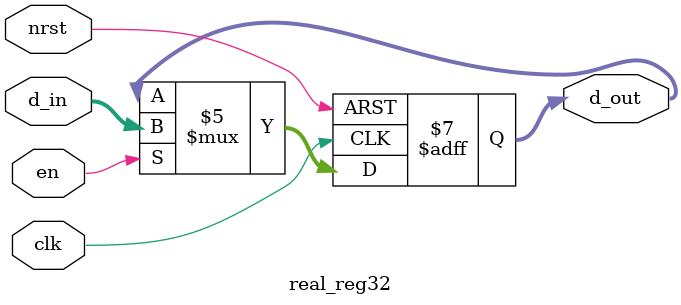
<source format=v>
module real_reg32(clk, nrst, en, d_in, d_out);
    input clk, nrst, en;
    input [31:0] d_in;
    output [31:0] d_out;
    
    reg [31:0] d_out;
    
    //on falling edge, we write the data to the output
    always @ (negedge clk or negedge nrst) begin
        if (nrst == 1'b0) begin
            d_out <= 32'd0;
            
            //look up how to implement i/o module to save the data to the register
        end else begin
            if (en == 1'b1) begin
                d_out <= d_in;
            end else begin
                d_out <= d_out;
            end
        end
    
    end


endmodule





</source>
